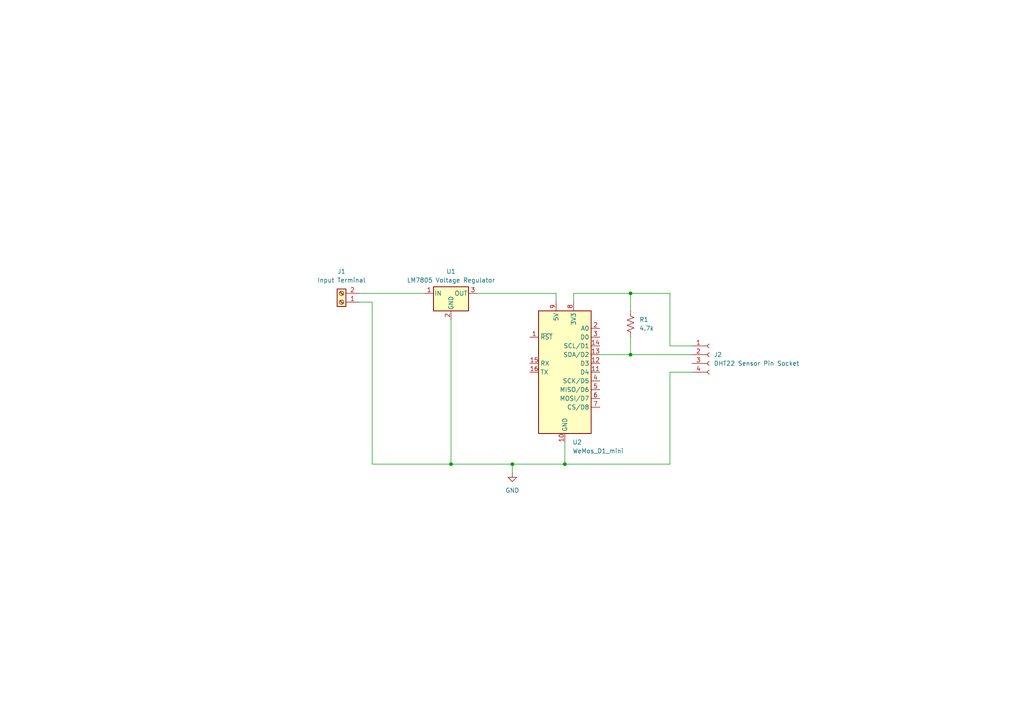
<source format=kicad_sch>
(kicad_sch
	(version 20231120)
	(generator "eeschema")
	(generator_version "8.0")
	(uuid "9412b0d3-6c52-4e52-86b7-343054a2a447")
	(paper "A4")
	(lib_symbols
		(symbol "Connector:Conn_01x04_Socket"
			(pin_names
				(offset 1.016) hide)
			(exclude_from_sim no)
			(in_bom yes)
			(on_board yes)
			(property "Reference" "J"
				(at 0 5.08 0)
				(effects
					(font
						(size 1.27 1.27)
					)
				)
			)
			(property "Value" "Conn_01x04_Socket"
				(at 0 -7.62 0)
				(effects
					(font
						(size 1.27 1.27)
					)
				)
			)
			(property "Footprint" ""
				(at 0 0 0)
				(effects
					(font
						(size 1.27 1.27)
					)
					(hide yes)
				)
			)
			(property "Datasheet" "~"
				(at 0 0 0)
				(effects
					(font
						(size 1.27 1.27)
					)
					(hide yes)
				)
			)
			(property "Description" "Generic connector, single row, 01x04, script generated"
				(at 0 0 0)
				(effects
					(font
						(size 1.27 1.27)
					)
					(hide yes)
				)
			)
			(property "ki_locked" ""
				(at 0 0 0)
				(effects
					(font
						(size 1.27 1.27)
					)
				)
			)
			(property "ki_keywords" "connector"
				(at 0 0 0)
				(effects
					(font
						(size 1.27 1.27)
					)
					(hide yes)
				)
			)
			(property "ki_fp_filters" "Connector*:*_1x??_*"
				(at 0 0 0)
				(effects
					(font
						(size 1.27 1.27)
					)
					(hide yes)
				)
			)
			(symbol "Conn_01x04_Socket_1_1"
				(arc
					(start 0 -4.572)
					(mid -0.5058 -5.08)
					(end 0 -5.588)
					(stroke
						(width 0.1524)
						(type default)
					)
					(fill
						(type none)
					)
				)
				(arc
					(start 0 -2.032)
					(mid -0.5058 -2.54)
					(end 0 -3.048)
					(stroke
						(width 0.1524)
						(type default)
					)
					(fill
						(type none)
					)
				)
				(polyline
					(pts
						(xy -1.27 -5.08) (xy -0.508 -5.08)
					)
					(stroke
						(width 0.1524)
						(type default)
					)
					(fill
						(type none)
					)
				)
				(polyline
					(pts
						(xy -1.27 -2.54) (xy -0.508 -2.54)
					)
					(stroke
						(width 0.1524)
						(type default)
					)
					(fill
						(type none)
					)
				)
				(polyline
					(pts
						(xy -1.27 0) (xy -0.508 0)
					)
					(stroke
						(width 0.1524)
						(type default)
					)
					(fill
						(type none)
					)
				)
				(polyline
					(pts
						(xy -1.27 2.54) (xy -0.508 2.54)
					)
					(stroke
						(width 0.1524)
						(type default)
					)
					(fill
						(type none)
					)
				)
				(arc
					(start 0 0.508)
					(mid -0.5058 0)
					(end 0 -0.508)
					(stroke
						(width 0.1524)
						(type default)
					)
					(fill
						(type none)
					)
				)
				(arc
					(start 0 3.048)
					(mid -0.5058 2.54)
					(end 0 2.032)
					(stroke
						(width 0.1524)
						(type default)
					)
					(fill
						(type none)
					)
				)
				(pin passive line
					(at -5.08 2.54 0)
					(length 3.81)
					(name "Pin_1"
						(effects
							(font
								(size 1.27 1.27)
							)
						)
					)
					(number "1"
						(effects
							(font
								(size 1.27 1.27)
							)
						)
					)
				)
				(pin passive line
					(at -5.08 0 0)
					(length 3.81)
					(name "Pin_2"
						(effects
							(font
								(size 1.27 1.27)
							)
						)
					)
					(number "2"
						(effects
							(font
								(size 1.27 1.27)
							)
						)
					)
				)
				(pin passive line
					(at -5.08 -2.54 0)
					(length 3.81)
					(name "Pin_3"
						(effects
							(font
								(size 1.27 1.27)
							)
						)
					)
					(number "3"
						(effects
							(font
								(size 1.27 1.27)
							)
						)
					)
				)
				(pin passive line
					(at -5.08 -5.08 0)
					(length 3.81)
					(name "Pin_4"
						(effects
							(font
								(size 1.27 1.27)
							)
						)
					)
					(number "4"
						(effects
							(font
								(size 1.27 1.27)
							)
						)
					)
				)
			)
		)
		(symbol "Connector:Screw_Terminal_01x02"
			(pin_names
				(offset 1.016) hide)
			(exclude_from_sim no)
			(in_bom yes)
			(on_board yes)
			(property "Reference" "J"
				(at 0 2.54 0)
				(effects
					(font
						(size 1.27 1.27)
					)
				)
			)
			(property "Value" "Screw_Terminal_01x02"
				(at 0 -5.08 0)
				(effects
					(font
						(size 1.27 1.27)
					)
				)
			)
			(property "Footprint" ""
				(at 0 0 0)
				(effects
					(font
						(size 1.27 1.27)
					)
					(hide yes)
				)
			)
			(property "Datasheet" "~"
				(at 0 0 0)
				(effects
					(font
						(size 1.27 1.27)
					)
					(hide yes)
				)
			)
			(property "Description" "Generic screw terminal, single row, 01x02, script generated (kicad-library-utils/schlib/autogen/connector/)"
				(at 0 0 0)
				(effects
					(font
						(size 1.27 1.27)
					)
					(hide yes)
				)
			)
			(property "ki_keywords" "screw terminal"
				(at 0 0 0)
				(effects
					(font
						(size 1.27 1.27)
					)
					(hide yes)
				)
			)
			(property "ki_fp_filters" "TerminalBlock*:*"
				(at 0 0 0)
				(effects
					(font
						(size 1.27 1.27)
					)
					(hide yes)
				)
			)
			(symbol "Screw_Terminal_01x02_1_1"
				(rectangle
					(start -1.27 1.27)
					(end 1.27 -3.81)
					(stroke
						(width 0.254)
						(type default)
					)
					(fill
						(type background)
					)
				)
				(circle
					(center 0 -2.54)
					(radius 0.635)
					(stroke
						(width 0.1524)
						(type default)
					)
					(fill
						(type none)
					)
				)
				(polyline
					(pts
						(xy -0.5334 -2.2098) (xy 0.3302 -3.048)
					)
					(stroke
						(width 0.1524)
						(type default)
					)
					(fill
						(type none)
					)
				)
				(polyline
					(pts
						(xy -0.5334 0.3302) (xy 0.3302 -0.508)
					)
					(stroke
						(width 0.1524)
						(type default)
					)
					(fill
						(type none)
					)
				)
				(polyline
					(pts
						(xy -0.3556 -2.032) (xy 0.508 -2.8702)
					)
					(stroke
						(width 0.1524)
						(type default)
					)
					(fill
						(type none)
					)
				)
				(polyline
					(pts
						(xy -0.3556 0.508) (xy 0.508 -0.3302)
					)
					(stroke
						(width 0.1524)
						(type default)
					)
					(fill
						(type none)
					)
				)
				(circle
					(center 0 0)
					(radius 0.635)
					(stroke
						(width 0.1524)
						(type default)
					)
					(fill
						(type none)
					)
				)
				(pin passive line
					(at -5.08 0 0)
					(length 3.81)
					(name "Pin_1"
						(effects
							(font
								(size 1.27 1.27)
							)
						)
					)
					(number "1"
						(effects
							(font
								(size 1.27 1.27)
							)
						)
					)
				)
				(pin passive line
					(at -5.08 -2.54 0)
					(length 3.81)
					(name "Pin_2"
						(effects
							(font
								(size 1.27 1.27)
							)
						)
					)
					(number "2"
						(effects
							(font
								(size 1.27 1.27)
							)
						)
					)
				)
			)
		)
		(symbol "Device:R_US"
			(pin_numbers hide)
			(pin_names
				(offset 0)
			)
			(exclude_from_sim no)
			(in_bom yes)
			(on_board yes)
			(property "Reference" "R"
				(at 2.54 0 90)
				(effects
					(font
						(size 1.27 1.27)
					)
				)
			)
			(property "Value" "R_US"
				(at -2.54 0 90)
				(effects
					(font
						(size 1.27 1.27)
					)
				)
			)
			(property "Footprint" ""
				(at 1.016 -0.254 90)
				(effects
					(font
						(size 1.27 1.27)
					)
					(hide yes)
				)
			)
			(property "Datasheet" "~"
				(at 0 0 0)
				(effects
					(font
						(size 1.27 1.27)
					)
					(hide yes)
				)
			)
			(property "Description" "Resistor, US symbol"
				(at 0 0 0)
				(effects
					(font
						(size 1.27 1.27)
					)
					(hide yes)
				)
			)
			(property "ki_keywords" "R res resistor"
				(at 0 0 0)
				(effects
					(font
						(size 1.27 1.27)
					)
					(hide yes)
				)
			)
			(property "ki_fp_filters" "R_*"
				(at 0 0 0)
				(effects
					(font
						(size 1.27 1.27)
					)
					(hide yes)
				)
			)
			(symbol "R_US_0_1"
				(polyline
					(pts
						(xy 0 -2.286) (xy 0 -2.54)
					)
					(stroke
						(width 0)
						(type default)
					)
					(fill
						(type none)
					)
				)
				(polyline
					(pts
						(xy 0 2.286) (xy 0 2.54)
					)
					(stroke
						(width 0)
						(type default)
					)
					(fill
						(type none)
					)
				)
				(polyline
					(pts
						(xy 0 -0.762) (xy 1.016 -1.143) (xy 0 -1.524) (xy -1.016 -1.905) (xy 0 -2.286)
					)
					(stroke
						(width 0)
						(type default)
					)
					(fill
						(type none)
					)
				)
				(polyline
					(pts
						(xy 0 0.762) (xy 1.016 0.381) (xy 0 0) (xy -1.016 -0.381) (xy 0 -0.762)
					)
					(stroke
						(width 0)
						(type default)
					)
					(fill
						(type none)
					)
				)
				(polyline
					(pts
						(xy 0 2.286) (xy 1.016 1.905) (xy 0 1.524) (xy -1.016 1.143) (xy 0 0.762)
					)
					(stroke
						(width 0)
						(type default)
					)
					(fill
						(type none)
					)
				)
			)
			(symbol "R_US_1_1"
				(pin passive line
					(at 0 3.81 270)
					(length 1.27)
					(name "~"
						(effects
							(font
								(size 1.27 1.27)
							)
						)
					)
					(number "1"
						(effects
							(font
								(size 1.27 1.27)
							)
						)
					)
				)
				(pin passive line
					(at 0 -3.81 90)
					(length 1.27)
					(name "~"
						(effects
							(font
								(size 1.27 1.27)
							)
						)
					)
					(number "2"
						(effects
							(font
								(size 1.27 1.27)
							)
						)
					)
				)
			)
		)
		(symbol "MCU_Module:WeMos_D1_mini"
			(exclude_from_sim no)
			(in_bom yes)
			(on_board yes)
			(property "Reference" "U"
				(at 3.81 19.05 0)
				(effects
					(font
						(size 1.27 1.27)
					)
					(justify left)
				)
			)
			(property "Value" "WeMos_D1_mini"
				(at 1.27 -19.05 0)
				(effects
					(font
						(size 1.27 1.27)
					)
					(justify left)
				)
			)
			(property "Footprint" "Module:WEMOS_D1_mini_light"
				(at 0 -29.21 0)
				(effects
					(font
						(size 1.27 1.27)
					)
					(hide yes)
				)
			)
			(property "Datasheet" "https://wiki.wemos.cc/products:d1:d1_mini#documentation"
				(at -46.99 -29.21 0)
				(effects
					(font
						(size 1.27 1.27)
					)
					(hide yes)
				)
			)
			(property "Description" "32-bit microcontroller module with WiFi"
				(at 0 0 0)
				(effects
					(font
						(size 1.27 1.27)
					)
					(hide yes)
				)
			)
			(property "ki_keywords" "ESP8266 WiFi microcontroller ESP8266EX"
				(at 0 0 0)
				(effects
					(font
						(size 1.27 1.27)
					)
					(hide yes)
				)
			)
			(property "ki_fp_filters" "WEMOS*D1*mini*"
				(at 0 0 0)
				(effects
					(font
						(size 1.27 1.27)
					)
					(hide yes)
				)
			)
			(symbol "WeMos_D1_mini_1_1"
				(rectangle
					(start -7.62 17.78)
					(end 7.62 -17.78)
					(stroke
						(width 0.254)
						(type default)
					)
					(fill
						(type background)
					)
				)
				(pin input line
					(at -10.16 10.16 0)
					(length 2.54)
					(name "~{RST}"
						(effects
							(font
								(size 1.27 1.27)
							)
						)
					)
					(number "1"
						(effects
							(font
								(size 1.27 1.27)
							)
						)
					)
				)
				(pin power_in line
					(at 0 -20.32 90)
					(length 2.54)
					(name "GND"
						(effects
							(font
								(size 1.27 1.27)
							)
						)
					)
					(number "10"
						(effects
							(font
								(size 1.27 1.27)
							)
						)
					)
				)
				(pin bidirectional line
					(at 10.16 0 180)
					(length 2.54)
					(name "D4"
						(effects
							(font
								(size 1.27 1.27)
							)
						)
					)
					(number "11"
						(effects
							(font
								(size 1.27 1.27)
							)
						)
					)
				)
				(pin bidirectional line
					(at 10.16 2.54 180)
					(length 2.54)
					(name "D3"
						(effects
							(font
								(size 1.27 1.27)
							)
						)
					)
					(number "12"
						(effects
							(font
								(size 1.27 1.27)
							)
						)
					)
				)
				(pin bidirectional line
					(at 10.16 5.08 180)
					(length 2.54)
					(name "SDA/D2"
						(effects
							(font
								(size 1.27 1.27)
							)
						)
					)
					(number "13"
						(effects
							(font
								(size 1.27 1.27)
							)
						)
					)
				)
				(pin bidirectional line
					(at 10.16 7.62 180)
					(length 2.54)
					(name "SCL/D1"
						(effects
							(font
								(size 1.27 1.27)
							)
						)
					)
					(number "14"
						(effects
							(font
								(size 1.27 1.27)
							)
						)
					)
				)
				(pin input line
					(at -10.16 2.54 0)
					(length 2.54)
					(name "RX"
						(effects
							(font
								(size 1.27 1.27)
							)
						)
					)
					(number "15"
						(effects
							(font
								(size 1.27 1.27)
							)
						)
					)
				)
				(pin output line
					(at -10.16 0 0)
					(length 2.54)
					(name "TX"
						(effects
							(font
								(size 1.27 1.27)
							)
						)
					)
					(number "16"
						(effects
							(font
								(size 1.27 1.27)
							)
						)
					)
				)
				(pin input line
					(at 10.16 12.7 180)
					(length 2.54)
					(name "A0"
						(effects
							(font
								(size 1.27 1.27)
							)
						)
					)
					(number "2"
						(effects
							(font
								(size 1.27 1.27)
							)
						)
					)
				)
				(pin bidirectional line
					(at 10.16 10.16 180)
					(length 2.54)
					(name "D0"
						(effects
							(font
								(size 1.27 1.27)
							)
						)
					)
					(number "3"
						(effects
							(font
								(size 1.27 1.27)
							)
						)
					)
				)
				(pin bidirectional line
					(at 10.16 -2.54 180)
					(length 2.54)
					(name "SCK/D5"
						(effects
							(font
								(size 1.27 1.27)
							)
						)
					)
					(number "4"
						(effects
							(font
								(size 1.27 1.27)
							)
						)
					)
				)
				(pin bidirectional line
					(at 10.16 -5.08 180)
					(length 2.54)
					(name "MISO/D6"
						(effects
							(font
								(size 1.27 1.27)
							)
						)
					)
					(number "5"
						(effects
							(font
								(size 1.27 1.27)
							)
						)
					)
				)
				(pin bidirectional line
					(at 10.16 -7.62 180)
					(length 2.54)
					(name "MOSI/D7"
						(effects
							(font
								(size 1.27 1.27)
							)
						)
					)
					(number "6"
						(effects
							(font
								(size 1.27 1.27)
							)
						)
					)
				)
				(pin bidirectional line
					(at 10.16 -10.16 180)
					(length 2.54)
					(name "CS/D8"
						(effects
							(font
								(size 1.27 1.27)
							)
						)
					)
					(number "7"
						(effects
							(font
								(size 1.27 1.27)
							)
						)
					)
				)
				(pin power_out line
					(at 2.54 20.32 270)
					(length 2.54)
					(name "3V3"
						(effects
							(font
								(size 1.27 1.27)
							)
						)
					)
					(number "8"
						(effects
							(font
								(size 1.27 1.27)
							)
						)
					)
				)
				(pin power_in line
					(at -2.54 20.32 270)
					(length 2.54)
					(name "5V"
						(effects
							(font
								(size 1.27 1.27)
							)
						)
					)
					(number "9"
						(effects
							(font
								(size 1.27 1.27)
							)
						)
					)
				)
			)
		)
		(symbol "Regulator_Linear:L7805"
			(pin_names
				(offset 0.254)
			)
			(exclude_from_sim no)
			(in_bom yes)
			(on_board yes)
			(property "Reference" "U"
				(at -3.81 3.175 0)
				(effects
					(font
						(size 1.27 1.27)
					)
				)
			)
			(property "Value" "L7805"
				(at 0 3.175 0)
				(effects
					(font
						(size 1.27 1.27)
					)
					(justify left)
				)
			)
			(property "Footprint" ""
				(at 0.635 -3.81 0)
				(effects
					(font
						(size 1.27 1.27)
						(italic yes)
					)
					(justify left)
					(hide yes)
				)
			)
			(property "Datasheet" "http://www.st.com/content/ccc/resource/technical/document/datasheet/41/4f/b3/b0/12/d4/47/88/CD00000444.pdf/files/CD00000444.pdf/jcr:content/translations/en.CD00000444.pdf"
				(at 0 -1.27 0)
				(effects
					(font
						(size 1.27 1.27)
					)
					(hide yes)
				)
			)
			(property "Description" "Positive 1.5A 35V Linear Regulator, Fixed Output 5V, TO-220/TO-263/TO-252"
				(at 0 0 0)
				(effects
					(font
						(size 1.27 1.27)
					)
					(hide yes)
				)
			)
			(property "ki_keywords" "Voltage Regulator 1.5A Positive"
				(at 0 0 0)
				(effects
					(font
						(size 1.27 1.27)
					)
					(hide yes)
				)
			)
			(property "ki_fp_filters" "TO?252* TO?263* TO?220*"
				(at 0 0 0)
				(effects
					(font
						(size 1.27 1.27)
					)
					(hide yes)
				)
			)
			(symbol "L7805_0_1"
				(rectangle
					(start -5.08 1.905)
					(end 5.08 -5.08)
					(stroke
						(width 0.254)
						(type default)
					)
					(fill
						(type background)
					)
				)
			)
			(symbol "L7805_1_1"
				(pin power_in line
					(at -7.62 0 0)
					(length 2.54)
					(name "IN"
						(effects
							(font
								(size 1.27 1.27)
							)
						)
					)
					(number "1"
						(effects
							(font
								(size 1.27 1.27)
							)
						)
					)
				)
				(pin power_in line
					(at 0 -7.62 90)
					(length 2.54)
					(name "GND"
						(effects
							(font
								(size 1.27 1.27)
							)
						)
					)
					(number "2"
						(effects
							(font
								(size 1.27 1.27)
							)
						)
					)
				)
				(pin power_out line
					(at 7.62 0 180)
					(length 2.54)
					(name "OUT"
						(effects
							(font
								(size 1.27 1.27)
							)
						)
					)
					(number "3"
						(effects
							(font
								(size 1.27 1.27)
							)
						)
					)
				)
			)
		)
		(symbol "power:GND"
			(power)
			(pin_names
				(offset 0)
			)
			(exclude_from_sim no)
			(in_bom yes)
			(on_board yes)
			(property "Reference" "#PWR"
				(at 0 -6.35 0)
				(effects
					(font
						(size 1.27 1.27)
					)
					(hide yes)
				)
			)
			(property "Value" "GND"
				(at 0 -3.81 0)
				(effects
					(font
						(size 1.27 1.27)
					)
				)
			)
			(property "Footprint" ""
				(at 0 0 0)
				(effects
					(font
						(size 1.27 1.27)
					)
					(hide yes)
				)
			)
			(property "Datasheet" ""
				(at 0 0 0)
				(effects
					(font
						(size 1.27 1.27)
					)
					(hide yes)
				)
			)
			(property "Description" "Power symbol creates a global label with name \"GND\" , ground"
				(at 0 0 0)
				(effects
					(font
						(size 1.27 1.27)
					)
					(hide yes)
				)
			)
			(property "ki_keywords" "global power"
				(at 0 0 0)
				(effects
					(font
						(size 1.27 1.27)
					)
					(hide yes)
				)
			)
			(symbol "GND_0_1"
				(polyline
					(pts
						(xy 0 0) (xy 0 -1.27) (xy 1.27 -1.27) (xy 0 -2.54) (xy -1.27 -1.27) (xy 0 -1.27)
					)
					(stroke
						(width 0)
						(type default)
					)
					(fill
						(type none)
					)
				)
			)
			(symbol "GND_1_1"
				(pin power_in line
					(at 0 0 270)
					(length 0) hide
					(name "GND"
						(effects
							(font
								(size 1.27 1.27)
							)
						)
					)
					(number "1"
						(effects
							(font
								(size 1.27 1.27)
							)
						)
					)
				)
			)
		)
	)
	(junction
		(at 182.88 102.87)
		(diameter 0)
		(color 0 0 0 0)
		(uuid "332e72c6-011a-48fe-aeb8-f91c1242b4b8")
	)
	(junction
		(at 182.88 85.09)
		(diameter 0)
		(color 0 0 0 0)
		(uuid "4875ab7c-c53f-4e32-a675-787c30459b89")
	)
	(junction
		(at 148.59 134.62)
		(diameter 0)
		(color 0 0 0 0)
		(uuid "83ff6a27-fd5d-4934-b5ae-a9db2b67f120")
	)
	(junction
		(at 163.83 134.62)
		(diameter 0)
		(color 0 0 0 0)
		(uuid "abec4c31-181c-4f6e-a563-0287cdbc865b")
	)
	(junction
		(at 130.81 134.62)
		(diameter 0)
		(color 0 0 0 0)
		(uuid "dfde8754-00c2-44d4-9f4a-8528c76b5dc9")
	)
	(wire
		(pts
			(xy 194.31 107.95) (xy 194.31 134.62)
		)
		(stroke
			(width 0)
			(type default)
		)
		(uuid "02bfb9cc-a11b-4b1c-bcd6-36cf8ee8ad8f")
	)
	(wire
		(pts
			(xy 200.66 107.95) (xy 194.31 107.95)
		)
		(stroke
			(width 0)
			(type default)
		)
		(uuid "06113595-340f-4259-8e96-d3d531934bea")
	)
	(wire
		(pts
			(xy 107.95 134.62) (xy 130.81 134.62)
		)
		(stroke
			(width 0)
			(type default)
		)
		(uuid "0acb4508-7504-4ac9-af14-8ba7fcc0a6fc")
	)
	(wire
		(pts
			(xy 148.59 134.62) (xy 148.59 137.16)
		)
		(stroke
			(width 0)
			(type default)
		)
		(uuid "242f5d2d-556f-4ac1-852c-ed6ae2a8a8ed")
	)
	(wire
		(pts
			(xy 104.14 85.09) (xy 123.19 85.09)
		)
		(stroke
			(width 0)
			(type default)
		)
		(uuid "2c127f76-cf9d-4135-abe6-e45151e973b0")
	)
	(wire
		(pts
			(xy 163.83 134.62) (xy 148.59 134.62)
		)
		(stroke
			(width 0)
			(type default)
		)
		(uuid "2ea0577b-6078-48cd-8f2b-69beeef822e9")
	)
	(wire
		(pts
			(xy 104.14 87.63) (xy 107.95 87.63)
		)
		(stroke
			(width 0)
			(type default)
		)
		(uuid "3002d712-7bca-4099-84d8-784833d0a970")
	)
	(wire
		(pts
			(xy 166.37 85.09) (xy 166.37 87.63)
		)
		(stroke
			(width 0)
			(type default)
		)
		(uuid "3373e05f-eea8-4885-8a6f-4340ecd8d435")
	)
	(wire
		(pts
			(xy 182.88 85.09) (xy 166.37 85.09)
		)
		(stroke
			(width 0)
			(type default)
		)
		(uuid "367e1e75-d4c7-4ddf-a34e-472c8fc66154")
	)
	(wire
		(pts
			(xy 138.43 85.09) (xy 161.29 85.09)
		)
		(stroke
			(width 0)
			(type default)
		)
		(uuid "516c7520-e26a-43f4-ab41-4e1c58456176")
	)
	(wire
		(pts
			(xy 182.88 85.09) (xy 182.88 90.17)
		)
		(stroke
			(width 0)
			(type default)
		)
		(uuid "610d35f4-c741-4f92-b39c-ebaef15efd8f")
	)
	(wire
		(pts
			(xy 173.99 102.87) (xy 182.88 102.87)
		)
		(stroke
			(width 0)
			(type default)
		)
		(uuid "885755c8-7394-41f5-b3f7-95eb73a81b26")
	)
	(wire
		(pts
			(xy 130.81 92.71) (xy 130.81 134.62)
		)
		(stroke
			(width 0)
			(type default)
		)
		(uuid "9f1e90f0-4ba2-441e-8844-da4dbcb6f3b9")
	)
	(wire
		(pts
			(xy 182.88 102.87) (xy 200.66 102.87)
		)
		(stroke
			(width 0)
			(type default)
		)
		(uuid "a64f827c-878b-44e0-94a5-3a8f7f86aa07")
	)
	(wire
		(pts
			(xy 194.31 85.09) (xy 182.88 85.09)
		)
		(stroke
			(width 0)
			(type default)
		)
		(uuid "b1a0daae-c88b-41a9-84d6-0bd2b26c49b6")
	)
	(wire
		(pts
			(xy 161.29 85.09) (xy 161.29 87.63)
		)
		(stroke
			(width 0)
			(type default)
		)
		(uuid "ca149c11-2e26-4c82-ac94-9bd707527714")
	)
	(wire
		(pts
			(xy 194.31 100.33) (xy 194.31 85.09)
		)
		(stroke
			(width 0)
			(type default)
		)
		(uuid "ce94df48-3133-4508-8fb8-3504006c6bdc")
	)
	(wire
		(pts
			(xy 163.83 128.27) (xy 163.83 134.62)
		)
		(stroke
			(width 0)
			(type default)
		)
		(uuid "d8c7cf3a-a0fa-450b-a733-09a9c6883d44")
	)
	(wire
		(pts
			(xy 148.59 134.62) (xy 130.81 134.62)
		)
		(stroke
			(width 0)
			(type default)
		)
		(uuid "d9b021ca-a917-406e-8457-f4256dc63ab7")
	)
	(wire
		(pts
			(xy 107.95 87.63) (xy 107.95 134.62)
		)
		(stroke
			(width 0)
			(type default)
		)
		(uuid "df051fca-258d-48df-b0db-976b57097497")
	)
	(wire
		(pts
			(xy 200.66 100.33) (xy 194.31 100.33)
		)
		(stroke
			(width 0)
			(type default)
		)
		(uuid "e4af43a6-33fd-48bd-b630-213f4d4b6c2c")
	)
	(wire
		(pts
			(xy 182.88 97.79) (xy 182.88 102.87)
		)
		(stroke
			(width 0)
			(type default)
		)
		(uuid "f1863268-2f61-4c5d-bc33-918b385874e8")
	)
	(wire
		(pts
			(xy 163.83 134.62) (xy 194.31 134.62)
		)
		(stroke
			(width 0)
			(type default)
		)
		(uuid "f5073416-bd7c-4da8-b9b9-5f9a88ecd9fe")
	)
	(symbol
		(lib_id "Connector:Screw_Terminal_01x02")
		(at 99.06 87.63 180)
		(unit 1)
		(exclude_from_sim no)
		(in_bom yes)
		(on_board yes)
		(dnp no)
		(fields_autoplaced yes)
		(uuid "2a67cc01-d1f0-4e41-9b1b-f020efe82381")
		(property "Reference" "J1"
			(at 99.06 78.74 0)
			(effects
				(font
					(size 1.27 1.27)
				)
			)
		)
		(property "Value" "Input Terminal"
			(at 99.06 81.28 0)
			(effects
				(font
					(size 1.27 1.27)
				)
			)
		)
		(property "Footprint" "TerminalBlock_Phoenix:TerminalBlock_Phoenix_MKDS-1,5-2_1x02_P5.00mm_Horizontal"
			(at 99.06 87.63 0)
			(effects
				(font
					(size 1.27 1.27)
				)
				(hide yes)
			)
		)
		(property "Datasheet" "~"
			(at 99.06 87.63 0)
			(effects
				(font
					(size 1.27 1.27)
				)
				(hide yes)
			)
		)
		(property "Description" ""
			(at 99.06 87.63 0)
			(effects
				(font
					(size 1.27 1.27)
				)
				(hide yes)
			)
		)
		(pin "1"
			(uuid "8938a43b-af32-4f89-b979-b7b8058adb0e")
		)
		(pin "2"
			(uuid "5d829aec-6ba3-418c-b979-04368246ba17")
		)
		(instances
			(project "input-nodes"
				(path "/6c29cd97-0244-4eb2-8824-411c3c4117e7/4ceb46f9-95dc-4ed0-8e31-194926d39ede"
					(reference "J1")
					(unit 1)
				)
			)
		)
	)
	(symbol
		(lib_id "Connector:Conn_01x04_Socket")
		(at 205.74 102.87 0)
		(unit 1)
		(exclude_from_sim no)
		(in_bom yes)
		(on_board yes)
		(dnp no)
		(fields_autoplaced yes)
		(uuid "37b58833-b339-40f6-8a22-4b8dfe30be68")
		(property "Reference" "J2"
			(at 207.01 102.87 0)
			(effects
				(font
					(size 1.27 1.27)
				)
				(justify left)
			)
		)
		(property "Value" "DHT22 Sensor Pin Socket"
			(at 207.01 105.41 0)
			(effects
				(font
					(size 1.27 1.27)
				)
				(justify left)
			)
		)
		(property "Footprint" "Connector_PinSocket_1.00mm:PinSocket_1x04_P1.00mm_Vertical"
			(at 205.74 102.87 0)
			(effects
				(font
					(size 1.27 1.27)
				)
				(hide yes)
			)
		)
		(property "Datasheet" "~"
			(at 205.74 102.87 0)
			(effects
				(font
					(size 1.27 1.27)
				)
				(hide yes)
			)
		)
		(property "Description" ""
			(at 205.74 102.87 0)
			(effects
				(font
					(size 1.27 1.27)
				)
				(hide yes)
			)
		)
		(pin "1"
			(uuid "33017727-f643-4564-8ecb-6db47efd422c")
		)
		(pin "2"
			(uuid "afddc7ee-3ad1-4a5f-9a46-47a1fae92a9d")
		)
		(pin "3"
			(uuid "4221b17a-ad7b-4765-8c48-ae92add94ddd")
		)
		(pin "4"
			(uuid "b8ffb79b-c4f3-4b8b-9687-a5b387d36e5b")
		)
		(instances
			(project "input-nodes"
				(path "/6c29cd97-0244-4eb2-8824-411c3c4117e7/4ceb46f9-95dc-4ed0-8e31-194926d39ede"
					(reference "J2")
					(unit 1)
				)
			)
		)
	)
	(symbol
		(lib_id "Device:R_US")
		(at 182.88 93.98 0)
		(unit 1)
		(exclude_from_sim no)
		(in_bom yes)
		(on_board yes)
		(dnp no)
		(fields_autoplaced yes)
		(uuid "5a5bdd56-95b2-45b5-9c5d-11cfd15fa550")
		(property "Reference" "R1"
			(at 185.42 92.71 0)
			(effects
				(font
					(size 1.27 1.27)
				)
				(justify left)
			)
		)
		(property "Value" "4.7k"
			(at 185.42 95.25 0)
			(effects
				(font
					(size 1.27 1.27)
				)
				(justify left)
			)
		)
		(property "Footprint" "Resistor_THT:R_Axial_DIN0207_L6.3mm_D2.5mm_P10.16mm_Horizontal"
			(at 183.896 94.234 90)
			(effects
				(font
					(size 1.27 1.27)
				)
				(hide yes)
			)
		)
		(property "Datasheet" "~"
			(at 182.88 93.98 0)
			(effects
				(font
					(size 1.27 1.27)
				)
				(hide yes)
			)
		)
		(property "Description" ""
			(at 182.88 93.98 0)
			(effects
				(font
					(size 1.27 1.27)
				)
				(hide yes)
			)
		)
		(pin "1"
			(uuid "a9fb0876-cd8c-43a8-b150-728ee6ec681e")
		)
		(pin "2"
			(uuid "bca1df7c-559e-46c6-9bb0-f494e850e9fc")
		)
		(instances
			(project "input-nodes"
				(path "/6c29cd97-0244-4eb2-8824-411c3c4117e7/4ceb46f9-95dc-4ed0-8e31-194926d39ede"
					(reference "R1")
					(unit 1)
				)
			)
		)
	)
	(symbol
		(lib_id "MCU_Module:WeMos_D1_mini")
		(at 163.83 107.95 0)
		(unit 1)
		(exclude_from_sim no)
		(in_bom yes)
		(on_board yes)
		(dnp no)
		(fields_autoplaced yes)
		(uuid "94da6f69-254e-4d18-97f3-509ede237a76")
		(property "Reference" "U2"
			(at 166.0241 128.27 0)
			(effects
				(font
					(size 1.27 1.27)
				)
				(justify left)
			)
		)
		(property "Value" "WeMos_D1_mini"
			(at 166.0241 130.81 0)
			(effects
				(font
					(size 1.27 1.27)
				)
				(justify left)
			)
		)
		(property "Footprint" "Module:WEMOS_D1_mini_light"
			(at 163.83 137.16 0)
			(effects
				(font
					(size 1.27 1.27)
				)
				(hide yes)
			)
		)
		(property "Datasheet" "https://wiki.wemos.cc/products:d1:d1_mini#documentation"
			(at 116.84 137.16 0)
			(effects
				(font
					(size 1.27 1.27)
				)
				(hide yes)
			)
		)
		(property "Description" ""
			(at 163.83 107.95 0)
			(effects
				(font
					(size 1.27 1.27)
				)
				(hide yes)
			)
		)
		(pin "1"
			(uuid "13e486ea-8287-4ad2-939e-1a19087e401d")
		)
		(pin "10"
			(uuid "831bcfc5-414a-4a1f-8f21-8555dc8115a3")
		)
		(pin "11"
			(uuid "84bce875-fc3d-45ac-833e-a130b235d9b7")
		)
		(pin "12"
			(uuid "1fa294c7-3e6e-4f92-8f25-c1864a942c88")
		)
		(pin "13"
			(uuid "61b32b9d-e5ad-478b-8bef-0dc045288c50")
		)
		(pin "14"
			(uuid "490b54fe-8df4-4d10-9793-7737272ca9b8")
		)
		(pin "15"
			(uuid "93db2c30-c661-45f6-8f5e-d9d480e566e4")
		)
		(pin "16"
			(uuid "2e750d76-0a7a-48b4-8a36-3e35a44bfd41")
		)
		(pin "2"
			(uuid "bbbc3e6b-f073-4c0e-aa8b-2af68e7ad98c")
		)
		(pin "3"
			(uuid "c782c80e-2b52-4c56-9c64-c7e34310c2ef")
		)
		(pin "4"
			(uuid "19e995f7-f560-4ded-aed6-9915ffa6e303")
		)
		(pin "5"
			(uuid "423d5524-922f-4d29-b200-cb646a7a43ad")
		)
		(pin "6"
			(uuid "296b9288-4a18-41cd-879f-623beacd8037")
		)
		(pin "7"
			(uuid "878e372d-954a-4896-be69-bc04f96f8381")
		)
		(pin "8"
			(uuid "ce441e19-16f2-494e-b1f9-e3426b0d0e84")
		)
		(pin "9"
			(uuid "55b3228d-9a7f-41f0-9432-e7c301e93bce")
		)
		(instances
			(project "input-nodes"
				(path "/6c29cd97-0244-4eb2-8824-411c3c4117e7/4ceb46f9-95dc-4ed0-8e31-194926d39ede"
					(reference "U2")
					(unit 1)
				)
			)
		)
	)
	(symbol
		(lib_id "power:GND")
		(at 148.59 137.16 0)
		(unit 1)
		(exclude_from_sim no)
		(in_bom yes)
		(on_board yes)
		(dnp no)
		(fields_autoplaced yes)
		(uuid "a3c5583f-45d7-42cb-8e11-4e973a4f3d4c")
		(property "Reference" "#PWR01"
			(at 148.59 143.51 0)
			(effects
				(font
					(size 1.27 1.27)
				)
				(hide yes)
			)
		)
		(property "Value" "GND"
			(at 148.59 142.24 0)
			(effects
				(font
					(size 1.27 1.27)
				)
			)
		)
		(property "Footprint" ""
			(at 148.59 137.16 0)
			(effects
				(font
					(size 1.27 1.27)
				)
				(hide yes)
			)
		)
		(property "Datasheet" ""
			(at 148.59 137.16 0)
			(effects
				(font
					(size 1.27 1.27)
				)
				(hide yes)
			)
		)
		(property "Description" ""
			(at 148.59 137.16 0)
			(effects
				(font
					(size 1.27 1.27)
				)
				(hide yes)
			)
		)
		(pin "1"
			(uuid "f5296335-873b-4e80-8e5b-0389e1d78d89")
		)
		(instances
			(project "input-nodes"
				(path "/6c29cd97-0244-4eb2-8824-411c3c4117e7/4ceb46f9-95dc-4ed0-8e31-194926d39ede"
					(reference "#PWR01")
					(unit 1)
				)
			)
		)
	)
	(symbol
		(lib_id "Regulator_Linear:L7805")
		(at 130.81 85.09 0)
		(unit 1)
		(exclude_from_sim no)
		(in_bom yes)
		(on_board yes)
		(dnp no)
		(fields_autoplaced yes)
		(uuid "b4e4ee22-c05e-4522-9b4f-e64221491c56")
		(property "Reference" "U1"
			(at 130.81 78.74 0)
			(effects
				(font
					(size 1.27 1.27)
				)
			)
		)
		(property "Value" "LM7805 Voltage Regulator"
			(at 130.81 81.28 0)
			(effects
				(font
					(size 1.27 1.27)
				)
			)
		)
		(property "Footprint" "Package_TO_SOT_THT:TO-220-3_Horizontal_TabDown"
			(at 131.445 88.9 0)
			(effects
				(font
					(size 1.27 1.27)
					(italic yes)
				)
				(justify left)
				(hide yes)
			)
		)
		(property "Datasheet" "http://www.st.com/content/ccc/resource/technical/document/datasheet/41/4f/b3/b0/12/d4/47/88/CD00000444.pdf/files/CD00000444.pdf/jcr:content/translations/en.CD00000444.pdf"
			(at 130.81 86.36 0)
			(effects
				(font
					(size 1.27 1.27)
				)
				(hide yes)
			)
		)
		(property "Description" ""
			(at 130.81 85.09 0)
			(effects
				(font
					(size 1.27 1.27)
				)
				(hide yes)
			)
		)
		(pin "1"
			(uuid "20674cfc-16c4-4c40-a3d9-2cc08dd72f38")
		)
		(pin "2"
			(uuid "d312f0a8-472d-4a30-b09b-b627b5be5eb1")
		)
		(pin "3"
			(uuid "d38451f1-1ba7-414d-b402-e4f18a46f205")
		)
		(instances
			(project "input-nodes"
				(path "/6c29cd97-0244-4eb2-8824-411c3c4117e7/4ceb46f9-95dc-4ed0-8e31-194926d39ede"
					(reference "U1")
					(unit 1)
				)
			)
		)
	)
)
</source>
